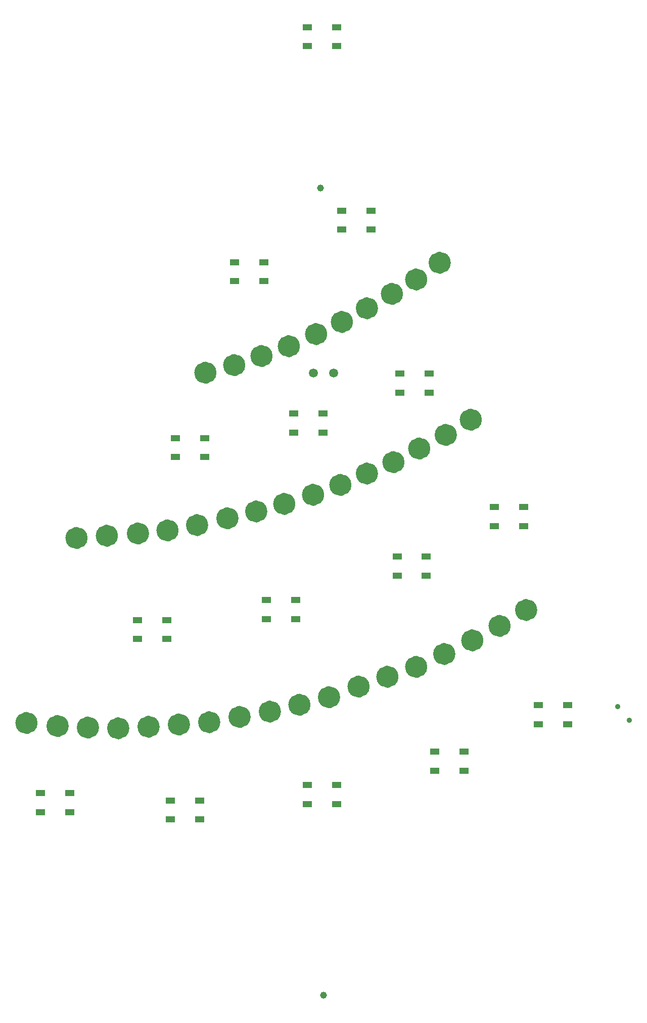
<source format=gbr>
%TF.GenerationSoftware,KiCad,Pcbnew,(5.1.10)-1*%
%TF.CreationDate,2021-10-20T09:03:38+02:00*%
%TF.ProjectId,Drvce,44727663-652e-46b6-9963-61645f706362,rev?*%
%TF.SameCoordinates,Original*%
%TF.FileFunction,Soldermask,Top*%
%TF.FilePolarity,Negative*%
%FSLAX46Y46*%
G04 Gerber Fmt 4.6, Leading zero omitted, Abs format (unit mm)*
G04 Created by KiCad (PCBNEW (5.1.10)-1) date 2021-10-20 09:03:38*
%MOMM*%
%LPD*%
G01*
G04 APERTURE LIST*
%ADD10C,2.000000*%
%ADD11C,1.152000*%
%ADD12C,1.500000*%
%ADD13R,1.500000X1.000000*%
%ADD14C,0.900000*%
G04 APERTURE END LIST*
D10*
X106007942Y-144304000D02*
G75*
G03*
X106007942Y-144304000I-851942J0D01*
G01*
X50381942Y-150400000D02*
G75*
G03*
X50381942Y-150400000I-851942J0D01*
G01*
X55588942Y-150908000D02*
G75*
G03*
X55588942Y-150908000I-851942J0D01*
G01*
X60668942Y-151162000D02*
G75*
G03*
X60668942Y-151162000I-851942J0D01*
G01*
X65748942Y-151289000D02*
G75*
G03*
X65748942Y-151289000I-851942J0D01*
G01*
X75908942Y-150654000D02*
G75*
G03*
X75908942Y-150654000I-851942J0D01*
G01*
X70828942Y-151035000D02*
G75*
G03*
X70828942Y-151035000I-851942J0D01*
G01*
X80988942Y-150273000D02*
G75*
G03*
X80988942Y-150273000I-851942J0D01*
G01*
X86068942Y-149384000D02*
G75*
G03*
X86068942Y-149384000I-851942J0D01*
G01*
X91148942Y-148495000D02*
G75*
G03*
X91148942Y-148495000I-851942J0D01*
G01*
X96101942Y-147352000D02*
G75*
G03*
X96101942Y-147352000I-851942J0D01*
G01*
X101054942Y-146082000D02*
G75*
G03*
X101054942Y-146082000I-851942J0D01*
G01*
X110833942Y-142653000D02*
G75*
G03*
X110833942Y-142653000I-851942J0D01*
G01*
X115659942Y-141002000D02*
G75*
G03*
X115659942Y-141002000I-851942J0D01*
G01*
X120358942Y-138843000D02*
G75*
G03*
X120358942Y-138843000I-851942J0D01*
G01*
X125057942Y-136557000D02*
G75*
G03*
X125057942Y-136557000I-851942J0D01*
G01*
X129629942Y-134144000D02*
G75*
G03*
X129629942Y-134144000I-851942J0D01*
G01*
X134074942Y-131477000D02*
G75*
G03*
X134074942Y-131477000I-851942J0D01*
G01*
X58763942Y-119412000D02*
G75*
G03*
X58763942Y-119412000I-851942J0D01*
G01*
X63843942Y-119031000D02*
G75*
G03*
X63843942Y-119031000I-851942J0D01*
G01*
X69050942Y-118650000D02*
G75*
G03*
X69050942Y-118650000I-851942J0D01*
G01*
X74003942Y-118142000D02*
G75*
G03*
X74003942Y-118142000I-851942J0D01*
G01*
X78956942Y-117253000D02*
G75*
G03*
X78956942Y-117253000I-851942J0D01*
G01*
X84036942Y-116110000D02*
G75*
G03*
X84036942Y-116110000I-851942J0D01*
G01*
X88862942Y-114967000D02*
G75*
G03*
X88862942Y-114967000I-851942J0D01*
G01*
X93561942Y-113697000D02*
G75*
G03*
X93561942Y-113697000I-851942J0D01*
G01*
X98387942Y-112173000D02*
G75*
G03*
X98387942Y-112173000I-851942J0D01*
G01*
X102959942Y-110522000D02*
G75*
G03*
X102959942Y-110522000I-851942J0D01*
G01*
X107404942Y-108617000D02*
G75*
G03*
X107404942Y-108617000I-851942J0D01*
G01*
X111849942Y-106712000D02*
G75*
G03*
X111849942Y-106712000I-851942J0D01*
G01*
X116167942Y-104426000D02*
G75*
G03*
X116167942Y-104426000I-851942J0D01*
G01*
X120612942Y-102140000D02*
G75*
G03*
X120612942Y-102140000I-851942J0D01*
G01*
X124803942Y-99600000D02*
G75*
G03*
X124803942Y-99600000I-851942J0D01*
G01*
X80353942Y-91726000D02*
G75*
G03*
X80353942Y-91726000I-851942J0D01*
G01*
X85179942Y-90456000D02*
G75*
G03*
X85179942Y-90456000I-851942J0D01*
G01*
X89751942Y-88932000D02*
G75*
G03*
X89751942Y-88932000I-851942J0D01*
G01*
X94323942Y-87281000D02*
G75*
G03*
X94323942Y-87281000I-851942J0D01*
G01*
X98895942Y-85249000D02*
G75*
G03*
X98895942Y-85249000I-851942J0D01*
G01*
X103213942Y-83217000D02*
G75*
G03*
X103213942Y-83217000I-851942J0D01*
G01*
X107404942Y-80931000D02*
G75*
G03*
X107404942Y-80931000I-851942J0D01*
G01*
X111595942Y-78518000D02*
G75*
G03*
X111595942Y-78518000I-851942J0D01*
G01*
X119596942Y-73311000D02*
G75*
G03*
X119596942Y-73311000I-851942J0D01*
G01*
X115659942Y-76105000D02*
G75*
G03*
X115659942Y-76105000I-851942J0D01*
G01*
D11*
%TO.C,REF\u002A\u002A*%
X98750000Y-60750000D03*
%TD*%
%TO.C,REF\u002A\u002A*%
X99250000Y-196000000D03*
%TD*%
D12*
%TO.C,R3*%
X101000000Y-91750000D03*
X97600000Y-91750000D03*
%TD*%
D13*
%TO.C,D15*%
X101510000Y-37033000D03*
X101510000Y-33833000D03*
X96610000Y-37033000D03*
X96610000Y-33833000D03*
%TD*%
%TO.C,D14*%
X107225000Y-67767000D03*
X107225000Y-64567000D03*
X102325000Y-67767000D03*
X102325000Y-64567000D03*
%TD*%
%TO.C,D13*%
X89318000Y-76403000D03*
X89318000Y-73203000D03*
X84418000Y-76403000D03*
X84418000Y-73203000D03*
%TD*%
%TO.C,D12*%
X74512000Y-102667000D03*
X74512000Y-105867000D03*
X79412000Y-102667000D03*
X79412000Y-105867000D03*
%TD*%
%TO.C,D11*%
X94260500Y-98539500D03*
X94260500Y-101739500D03*
X99160500Y-98539500D03*
X99160500Y-101739500D03*
%TD*%
%TO.C,D10*%
X112104000Y-91872000D03*
X112104000Y-95072000D03*
X117004000Y-91872000D03*
X117004000Y-95072000D03*
%TD*%
%TO.C,D9*%
X132828200Y-117411300D03*
X132828200Y-114211300D03*
X127928200Y-117411300D03*
X127928200Y-114211300D03*
%TD*%
%TO.C,D8*%
X116508700Y-125717100D03*
X116508700Y-122517100D03*
X111608700Y-125717100D03*
X111608700Y-122517100D03*
%TD*%
%TO.C,D7*%
X140168800Y-150609100D03*
X140168800Y-147409100D03*
X135268800Y-150609100D03*
X135268800Y-147409100D03*
%TD*%
%TO.C,D6*%
X122782500Y-158394200D03*
X122782500Y-155194200D03*
X117882500Y-158394200D03*
X117882500Y-155194200D03*
%TD*%
%TO.C,D5*%
X101510000Y-163969500D03*
X101510000Y-160769500D03*
X96610000Y-163969500D03*
X96610000Y-160769500D03*
%TD*%
%TO.C,D4*%
X94652000Y-133006900D03*
X94652000Y-129806900D03*
X89752000Y-133006900D03*
X89752000Y-129806900D03*
%TD*%
%TO.C,D3*%
X73062000Y-136347000D03*
X73062000Y-133147000D03*
X68162000Y-136347000D03*
X68162000Y-133147000D03*
%TD*%
%TO.C,D2*%
X51842500Y-162166500D03*
X51842500Y-165366500D03*
X56742500Y-162166500D03*
X56742500Y-165366500D03*
%TD*%
D14*
%TO.C,SW1*%
X148538613Y-147638813D03*
X150466976Y-149936947D03*
%TD*%
D13*
%TO.C,D1*%
X78523000Y-166573000D03*
X78523000Y-163373000D03*
X73623000Y-166573000D03*
X73623000Y-163373000D03*
%TD*%
M02*

</source>
